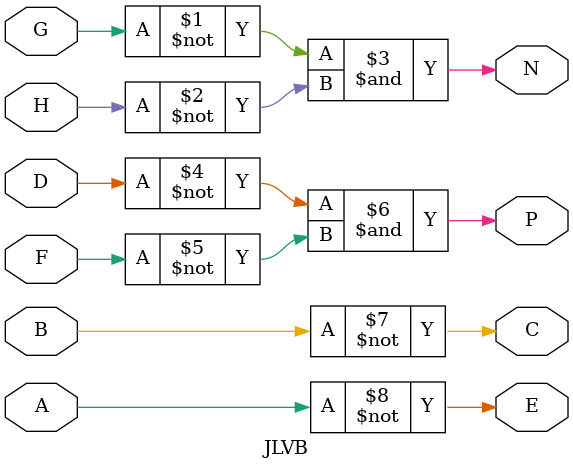
<source format=v>
module JLVB ( G, H, N, F, D, P, B, C, A, E );
//            T  U  U  T  U  U  U  U  U  U 
  input G, H, F, D, B, A;
  output N, P, C, E;

  // CTDL logic inverter PNP all loads: I
  // Drawing 729879, production drawing 371077

  // For an up output the input (HD) must be down
  // The gating diode (GF) is provided only to reset a logic inverter
  //   latch.  It should not be used as a signal input since it is
  //   possible for the signal input to override the gate
  // In applications using both inputs on circuits 1 and 2 the gate
  //   (pins G or F) and signal inputs must be down for an up output
  // Max Delay usec  CTDL
  //  turn on        0.15
  //  turn off       0.55

  assign N = ~ G & ~ H;

  assign P = ~ D & ~ F;

  assign C = ~ B;

  assign E = ~ A;

endmodule

</source>
